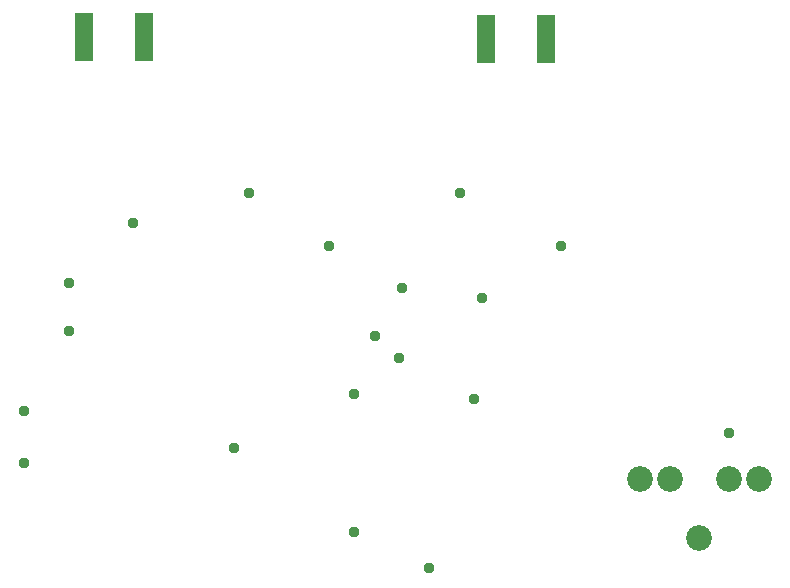
<source format=gbr>
G04 EAGLE Gerber RS-274X export*
G75*
%MOMM*%
%FSLAX34Y34*%
%LPD*%
%INBottom Copper*%
%IPPOS*%
%AMOC8*
5,1,8,0,0,1.08239X$1,22.5*%
G01*
%ADD10C,2.184400*%
%ADD11R,1.524000X4.064000*%
%ADD12C,0.952500*%


D10*
X584200Y38100D03*
X559200Y88100D03*
X534200Y88100D03*
X609200Y88100D03*
X634200Y88100D03*
D11*
X114300Y462280D03*
X63500Y462280D03*
X454660Y461010D03*
X403860Y461010D03*
D12*
X467360Y285750D03*
X332740Y250190D03*
X400050Y241300D03*
X381300Y330200D03*
X50800Y254000D03*
X309880Y209550D03*
X104267Y304800D03*
X330200Y190500D03*
X270510Y285750D03*
X609200Y127000D03*
X292100Y160020D03*
X393700Y156210D03*
X203200Y330200D03*
X50800Y213320D03*
X190500Y114300D03*
X292100Y43180D03*
X12700Y101600D03*
X355600Y12700D03*
X12700Y146050D03*
M02*

</source>
